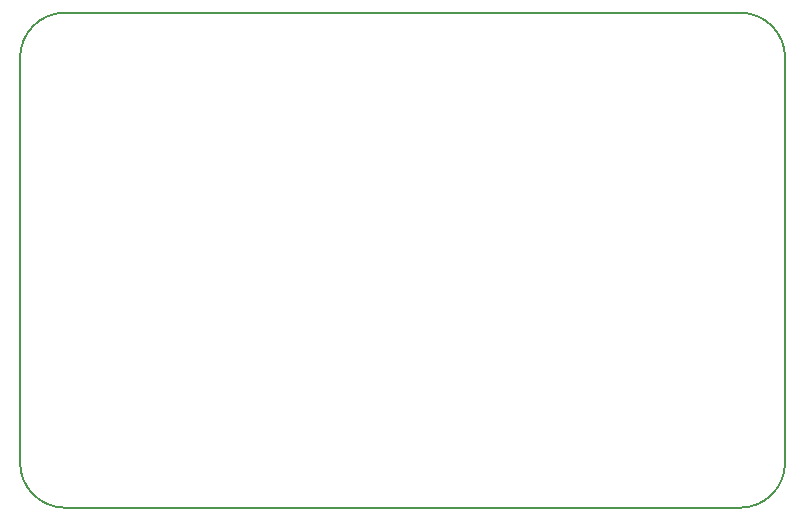
<source format=gbr>
G04 #@! TF.FileFunction,Profile,NP*
%FSLAX46Y46*%
G04 Gerber Fmt 4.6, Leading zero omitted, Abs format (unit mm)*
G04 Created by KiCad (PCBNEW 4.0.7) date 02/03/19 10:44:25*
%MOMM*%
%LPD*%
G01*
G04 APERTURE LIST*
%ADD10C,0.100000*%
%ADD11C,0.150000*%
G04 APERTURE END LIST*
D10*
D11*
X209550000Y-114300000D02*
X152400000Y-114300000D01*
X209550000Y-114300000D02*
G75*
G03X213360000Y-110490000I0J3810000D01*
G01*
X148590000Y-76200000D02*
X148590000Y-110490000D01*
X152400000Y-72390000D02*
X209550000Y-72390000D01*
X213360000Y-76200000D02*
X213360000Y-110490000D01*
X148590000Y-110490000D02*
G75*
G03X152400000Y-114300000I3810000J0D01*
G01*
X152400000Y-72390000D02*
G75*
G03X148590000Y-76200000I0J-3810000D01*
G01*
X213360000Y-76200000D02*
G75*
G03X209550000Y-72390000I-3810000J0D01*
G01*
M02*

</source>
